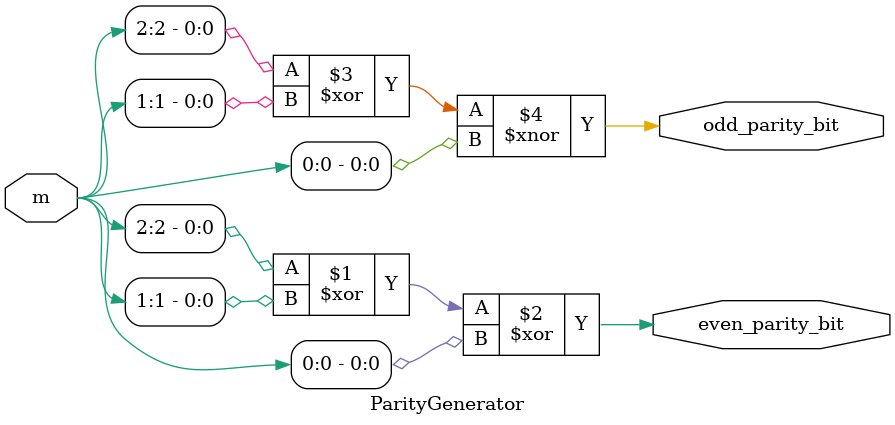
<source format=v>
`timescale 1ns / 1ps


module ParityGenerator(
    input [2:0] m,
    output even_parity_bit,
    output odd_parity_bit
    );  
assign even_parity_bit = m[2]^m[1]^m[0];
assign odd_parity_bit = (m[2]^m[1])~^m[0];
endmodule

</source>
